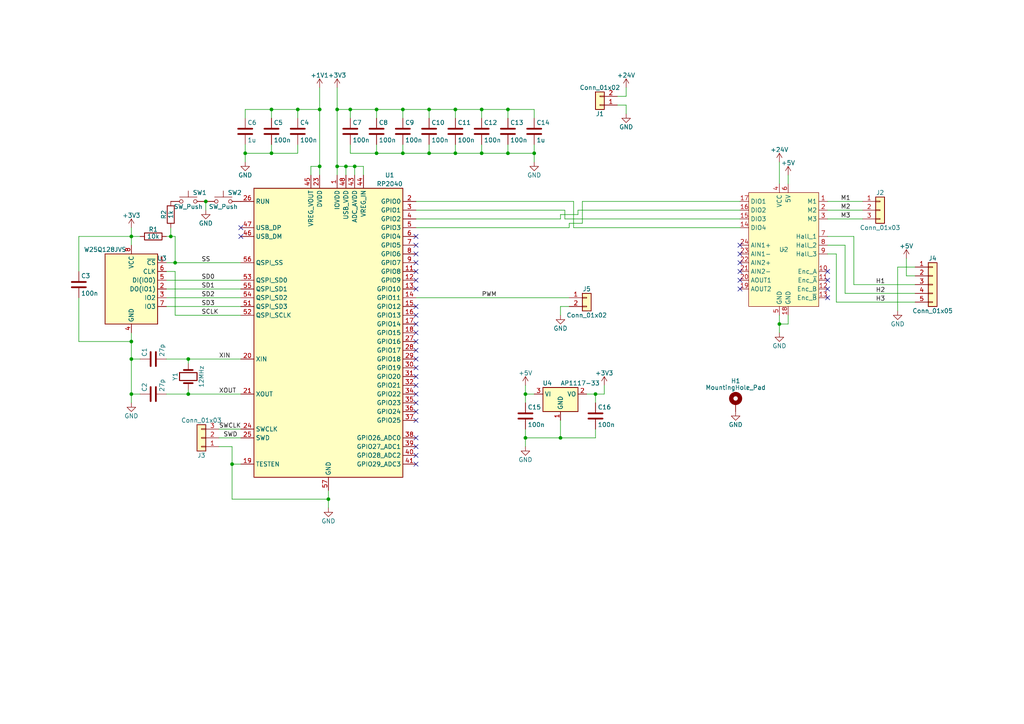
<source format=kicad_sch>
(kicad_sch (version 20230121) (generator eeschema)
  (paper "A4")
  (lib_symbols
    (symbol "466023-ESCON-Module-24-2:ESCON-Module-24-2"
      (property "Reference" "U" (at 0 0 0))
      (symbol "ESCON-Module-24-2_1_1"
        (rectangle (start -10.16 16.51) (end 10.16 -16.51) (fill (type background)))
        (pin power_out line (at 12.7 13.97 180) (length 2.54) (name "M1") (number "1"))
        (pin input line (at 12.7 -6.35 180) (length 2.54) (name "Enc_A") (number "10"))
        (pin input line (at 12.7 -8.89 180) (length 2.54) (name "Enc_~{A}") (number "11"))
        (pin input line (at 12.7 -11.43 180) (length 2.54) (name "Enc_B") (number "12"))
        (pin input line (at 12.7 -13.97 180) (length 2.54) (name "Enc_~{B}") (number "13"))
        (pin bidirectional line (at -12.7 6.35 0) (length 2.54) (name "DIO4") (number "14"))
        (pin bidirectional line (at -12.7 8.89 0) (length 2.54) (name "DIO3") (number "15"))
        (pin bidirectional line (at -12.7 11.43 0) (length 2.54) (name "DIO2") (number "16"))
        (pin bidirectional line (at -12.7 13.97 0) (length 2.54) (name "DIO1") (number "17"))
        (pin power_in line (at 1.27 -19.05 90) (length 2.54) (name "GND") (number "18"))
        (pin output line (at -12.7 -11.43 0) (length 2.54) (name "AOUT2") (number "19"))
        (pin power_out line (at 12.7 11.43 180) (length 2.54) (name "M2") (number "2"))
        (pin output line (at -12.7 -8.89 0) (length 2.54) (name "AOUT1") (number "20"))
        (pin input line (at -12.7 -6.35 0) (length 2.54) (name "AIN2-") (number "21"))
        (pin input line (at -12.7 -3.81 0) (length 2.54) (name "AIN2+") (number "22"))
        (pin input line (at -12.7 -1.27 0) (length 2.54) (name "AIN1-") (number "23"))
        (pin input line (at -12.7 1.27 0) (length 2.54) (name "AIN1+") (number "24"))
        (pin power_out line (at 12.7 8.89 180) (length 2.54) (name "M3") (number "3"))
        (pin power_in line (at -1.27 19.05 270) (length 2.54) (name "VCC") (number "4"))
        (pin power_in line (at -1.27 -19.05 90) (length 2.54) (name "GND") (number "5"))
        (pin power_out line (at 1.27 19.05 270) (length 2.54) (name "5V") (number "6"))
        (pin power_out line (at 12.7 3.81 180) (length 2.54) (name "Hall_1") (number "7"))
        (pin power_out line (at 12.7 1.27 180) (length 2.54) (name "Hall_2") (number "8"))
        (pin power_out line (at 12.7 -1.27 180) (length 2.54) (name "Hall_3") (number "9"))
      )
    )
    (symbol "Connector_Generic:Conn_01x02" (pin_names (offset 1.016) hide)
      (property "Reference" "J" (at 0 2.54 0))
      (property "Value" "Conn_01x02" (at 0 -5.08 0))
      (symbol "Conn_01x02_1_1"
        (rectangle (start -1.27 -2.413) (end 0 -2.667) (stroke (width 0.1524)))
        (rectangle (start -1.27 0.127) (end 0 -0.127) (stroke (width 0.1524)))
        (rectangle (start -1.27 1.27) (end 1.27 -3.81) (stroke (width 0.254)) (fill (type background)))
        (pin passive line (at -5.08 0 0) (length 3.81) (name "Pin_1") (number "1"))
        (pin passive line (at -5.08 -2.54 0) (length 3.81) (name "Pin_2") (number "2"))
      )
    )
    (symbol "Connector_Generic:Conn_01x03" (pin_names (offset 1.016) hide)
      (property "Reference" "J" (at 0 5.08 0))
      (property "Value" "Conn_01x03" (at 0 -5.08 0))
      (symbol "Conn_01x03_1_1"
        (rectangle (start -1.27 -2.413) (end 0 -2.667) (stroke (width 0.1524)))
        (rectangle (start -1.27 0.127) (end 0 -0.127) (stroke (width 0.1524)))
        (rectangle (start -1.27 2.667) (end 0 2.413) (stroke (width 0.1524)))
        (rectangle (start -1.27 3.81) (end 1.27 -3.81) (stroke (width 0.254)) (fill (type background)))
        (pin passive line (at -5.08 2.54 0) (length 3.81) (name "Pin_1") (number "1"))
        (pin passive line (at -5.08 0 0) (length 3.81) (name "Pin_2") (number "2"))
        (pin passive line (at -5.08 -2.54 0) (length 3.81) (name "Pin_3") (number "3"))
      )
    )
    (symbol "Connector_Generic:Conn_01x05" (pin_names (offset 1.016) hide)
      (property "Reference" "J" (at 0 7.62 0))
      (property "Value" "Conn_01x05" (at 0 -7.62 0))
      (symbol "Conn_01x05_1_1"
        (rectangle (start -1.27 -4.953) (end 0 -5.207) (stroke (width 0.1524)))
        (rectangle (start -1.27 -2.413) (end 0 -2.667) (stroke (width 0.1524)))
        (rectangle (start -1.27 0.127) (end 0 -0.127) (stroke (width 0.1524)))
        (rectangle (start -1.27 2.667) (end 0 2.413) (stroke (width 0.1524)))
        (rectangle (start -1.27 5.207) (end 0 4.953) (stroke (width 0.1524)))
        (rectangle (start -1.27 6.35) (end 1.27 -6.35) (stroke (width 0.254)) (fill (type background)))
        (pin passive line (at -5.08 5.08 0) (length 3.81) (name "Pin_1") (number "1"))
        (pin passive line (at -5.08 2.54 0) (length 3.81) (name "Pin_2") (number "2"))
        (pin passive line (at -5.08 0 0) (length 3.81) (name "Pin_3") (number "3"))
        (pin passive line (at -5.08 -2.54 0) (length 3.81) (name "Pin_4") (number "4"))
        (pin passive line (at -5.08 -5.08 0) (length 3.81) (name "Pin_5") (number "5"))
      )
    )
    (symbol "Device:C" (pin_numbers hide) (pin_names (offset 0.254))
      (property "Reference" "C" (at 0.635 2.54 0))
      (property "Value" "C" (at 0.635 -2.54 0))
      (symbol "C_0_1"
        (polyline (pts (xy -2.032 -0.762) (xy 2.032 -0.762)) (stroke (width 0.508)))
        (polyline (pts (xy -2.032 0.762) (xy 2.032 0.762)) (stroke (width 0.508)))
      )
      (symbol "C_1_1"
        (pin passive line (at 0 3.81 270) (length 2.794) (name "~") (number "1"))
        (pin passive line (at 0 -3.81 90) (length 2.794) (name "~") (number "2"))
      )
    )
    (symbol "Device:Crystal" (pin_numbers hide) (pin_names (offset 1.016) hide)
      (property "Reference" "Y" (at 0 3.81 0))
      (property "Value" "Crystal" (at 0 -3.81 0))
      (symbol "Crystal_0_1"
        (rectangle (start -1.143 2.54) (end 1.143 -2.54) (stroke (width 0.3048)))
        (polyline (pts (xy -2.54 0) (xy -1.905 0)))
        (polyline (pts (xy -1.905 -1.27) (xy -1.905 1.27)) (stroke (width 0.508)))
        (polyline (pts (xy 1.905 -1.27) (xy 1.905 1.27)) (stroke (width 0.508)))
        (polyline (pts (xy 2.54 0) (xy 1.905 0)))
      )
      (symbol "Crystal_1_1"
        (pin passive line (at -3.81 0 0) (length 1.27) (name "1") (number "1"))
        (pin passive line (at 3.81 0 180) (length 1.27) (name "2") (number "2"))
      )
    )
    (symbol "Device:R" (pin_numbers hide) (pin_names (offset 0))
      (property "Reference" "R" (at 2.032 0 90))
      (property "Value" "R" (at 0 0 90))
      (symbol "R_0_1"
        (rectangle (start -1.016 -2.54) (end 1.016 2.54) (stroke (width 0.254)))
      )
      (symbol "R_1_1"
        (pin passive line (at 0 3.81 270) (length 1.27) (name "~") (number "1"))
        (pin passive line (at 0 -3.81 90) (length 1.27) (name "~") (number "2"))
      )
    )
    (symbol "MCU_RaspberryPi:RP2040"
      (property "Reference" "U" (at 17.78 45.72 0))
      (property "Value" "RP2040" (at 17.78 43.18 0))
      (symbol "RP2040_0_1"
        (rectangle (start -21.59 41.91) (end 21.59 -41.91) (stroke (width 0.254)) (fill (type background)))
      )
      (symbol "RP2040_1_1"
        (pin power_in line (at 2.54 45.72 270) (length 3.81) (name "IOVDD") (number "1"))
        (pin passive line (at 2.54 45.72 270) (length 3.81) hide (name "IOVDD") (number "10"))
        (pin bidirectional line (at 25.4 17.78 180) (length 3.81) (name "GPIO8") (number "11"))
        (pin bidirectional line (at 25.4 15.24 180) (length 3.81) (name "GPIO9") (number "12"))
        (pin bidirectional line (at 25.4 12.7 180) (length 3.81) (name "GPIO10") (number "13"))
        (pin bidirectional line (at 25.4 10.16 180) (length 3.81) (name "GPIO11") (number "14"))
        (pin bidirectional line (at 25.4 7.62 180) (length 3.81) (name "GPIO12") (number "15"))
        (pin bidirectional line (at 25.4 5.08 180) (length 3.81) (name "GPIO13") (number "16"))
        (pin bidirectional line (at 25.4 2.54 180) (length 3.81) (name "GPIO14") (number "17"))
        (pin bidirectional line (at 25.4 0 180) (length 3.81) (name "GPIO15") (number "18"))
        (pin input line (at -25.4 -38.1 0) (length 3.81) (name "TESTEN") (number "19"))
        (pin bidirectional line (at 25.4 38.1 180) (length 3.81) (name "GPIO0") (number "2"))
        (pin input line (at -25.4 -7.62 0) (length 3.81) (name "XIN") (number "20"))
        (pin passive line (at -25.4 -17.78 0) (length 3.81) (name "XOUT") (number "21"))
        (pin passive line (at 2.54 45.72 270) (length 3.81) hide (name "IOVDD") (number "22"))
        (pin power_in line (at -2.54 45.72 270) (length 3.81) (name "DVDD") (number "23"))
        (pin input line (at -25.4 -27.94 0) (length 3.81) (name "SWCLK") (number "24"))
        (pin bidirectional line (at -25.4 -30.48 0) (length 3.81) (name "SWD") (number "25"))
        (pin input line (at -25.4 38.1 0) (length 3.81) (name "RUN") (number "26"))
        (pin bidirectional line (at 25.4 -2.54 180) (length 3.81) (name "GPIO16") (number "27"))
        (pin bidirectional line (at 25.4 -5.08 180) (length 3.81) (name "GPIO17") (number "28"))
        (pin bidirectional line (at 25.4 -7.62 180) (length 3.81) (name "GPIO18") (number "29"))
        (pin bidirectional line (at 25.4 35.56 180) (length 3.81) (name "GPIO1") (number "3"))
        (pin bidirectional line (at 25.4 -10.16 180) (length 3.81) (name "GPIO19") (number "30"))
        (pin bidirectional line (at 25.4 -12.7 180) (length 3.81) (name "GPIO20") (number "31"))
        (pin bidirectional line (at 25.4 -15.24 180) (length 3.81) (name "GPIO21") (number "32"))
        (pin passive line (at 2.54 45.72 270) (length 3.81) hide (name "IOVDD") (number "33"))
        (pin bidirectional line (at 25.4 -17.78 180) (length 3.81) (name "GPIO22") (number "34"))
        (pin bidirectional line (at 25.4 -20.32 180) (length 3.81) (name "GPIO23") (number "35"))
        (pin bidirectional line (at 25.4 -22.86 180) (length 3.81) (name "GPIO24") (number "36"))
        (pin bidirectional line (at 25.4 -25.4 180) (length 3.81) (name "GPIO25") (number "37"))
        (pin bidirectional line (at 25.4 -30.48 180) (length 3.81) (name "GPIO26_ADC0") (number "38"))
        (pin bidirectional line (at 25.4 -33.02 180) (length 3.81) (name "GPIO27_ADC1") (number "39"))
        (pin bidirectional line (at 25.4 33.02 180) (length 3.81) (name "GPIO2") (number "4"))
        (pin bidirectional line (at 25.4 -35.56 180) (length 3.81) (name "GPIO28_ADC2") (number "40"))
        (pin bidirectional line (at 25.4 -38.1 180) (length 3.81) (name "GPIO29_ADC3") (number "41"))
        (pin passive line (at 2.54 45.72 270) (length 3.81) hide (name "IOVDD") (number "42"))
        (pin power_in line (at 7.62 45.72 270) (length 3.81) (name "ADC_AVDD") (number "43"))
        (pin power_in line (at 10.16 45.72 270) (length 3.81) (name "VREG_IN") (number "44"))
        (pin power_out line (at -5.08 45.72 270) (length 3.81) (name "VREG_VOUT") (number "45"))
        (pin bidirectional line (at -25.4 27.94 0) (length 3.81) (name "USB_DM") (number "46"))
        (pin bidirectional line (at -25.4 30.48 0) (length 3.81) (name "USB_DP") (number "47"))
        (pin power_in line (at 5.08 45.72 270) (length 3.81) (name "USB_VDD") (number "48"))
        (pin passive line (at 2.54 45.72 270) (length 3.81) hide (name "IOVDD") (number "49"))
        (pin bidirectional line (at 25.4 30.48 180) (length 3.81) (name "GPIO3") (number "5"))
        (pin passive line (at -2.54 45.72 270) (length 3.81) hide (name "DVDD") (number "50"))
        (pin bidirectional line (at -25.4 7.62 0) (length 3.81) (name "QSPI_SD3") (number "51"))
        (pin output line (at -25.4 5.08 0) (length 3.81) (name "QSPI_SCLK") (number "52"))
        (pin bidirectional line (at -25.4 15.24 0) (length 3.81) (name "QSPI_SD0") (number "53"))
        (pin bidirectional line (at -25.4 10.16 0) (length 3.81) (name "QSPI_SD2") (number "54"))
        (pin bidirectional line (at -25.4 12.7 0) (length 3.81) (name "QSPI_SD1") (number "55"))
        (pin bidirectional line (at -25.4 20.32 0) (length 3.81) (name "QSPI_SS") (number "56"))
        (pin power_in line (at 0 -45.72 90) (length 3.81) (name "GND") (number "57"))
        (pin bidirectional line (at 25.4 27.94 180) (length 3.81) (name "GPIO4") (number "6"))
        (pin bidirectional line (at 25.4 25.4 180) (length 3.81) (name "GPIO5") (number "7"))
        (pin bidirectional line (at 25.4 22.86 180) (length 3.81) (name "GPIO6") (number "8"))
        (pin bidirectional line (at 25.4 20.32 180) (length 3.81) (name "GPIO7") (number "9"))
      )
    )
    (symbol "Mechanical:MountingHole_Pad" (pin_numbers hide) (pin_names (offset 1.016) hide)
      (property "Reference" "H" (at 0 6.35 0))
      (property "Value" "MountingHole_Pad" (at 0 4.445 0))
      (symbol "MountingHole_Pad_0_1"
        (circle (center 0 1.27) (radius 1.27) (stroke (width 1.27)))
      )
      (symbol "MountingHole_Pad_1_1"
        (pin input line (at 0 -2.54 90) (length 2.54) (name "1") (number "1"))
      )
    )
    (symbol "Memory_Flash:W25Q128JVS"
      (property "Reference" "U" (at -8.89 8.89 0))
      (property "Value" "W25Q128JVS" (at 7.62 8.89 0))
      (symbol "W25Q128JVS_0_1"
        (rectangle (start -7.62 10.16) (end 7.62 -10.16) (stroke (width 0.254)) (fill (type background)))
      )
      (symbol "W25Q128JVS_1_1"
        (pin input line (at -10.16 7.62 0) (length 2.54) (name "~{CS}") (number "1"))
        (pin bidirectional line (at -10.16 0 0) (length 2.54) (name "DO(IO1)") (number "2"))
        (pin bidirectional line (at -10.16 -2.54 0) (length 2.54) (name "IO2") (number "3"))
        (pin power_in line (at 0 -12.7 90) (length 2.54) (name "GND") (number "4"))
        (pin bidirectional line (at -10.16 2.54 0) (length 2.54) (name "DI(IO0)") (number "5"))
        (pin input line (at -10.16 5.08 0) (length 2.54) (name "CLK") (number "6"))
        (pin bidirectional line (at -10.16 -5.08 0) (length 2.54) (name "IO3") (number "7"))
        (pin power_in line (at 0 12.7 270) (length 2.54) (name "VCC") (number "8"))
      )
    )
    (symbol "Regulator_Linear:AP1117-33"
      (property "Reference" "U" (at -3.81 3.175 0))
      (property "Value" "AP1117-33" (at 0 3.175 0))
      (symbol "AP1117-33_0_1"
        (rectangle (start -5.08 -5.08) (end 5.08 1.905) (stroke (width 0.254)) (fill (type background)))
      )
      (symbol "AP1117-33_1_1"
        (pin power_in line (at 0 -7.62 90) (length 2.54) (name "GND") (number "1"))
        (pin power_out line (at 7.62 0 180) (length 2.54) (name "VO") (number "2"))
        (pin power_in line (at -7.62 0 0) (length 2.54) (name "VI") (number "3"))
      )
    )
    (symbol "Switch:SW_Push" (pin_numbers hide) (pin_names (offset 1.016) hide)
      (property "Reference" "SW" (at 1.27 2.54 0))
      (property "Value" "SW_Push" (at 0 -1.524 0))
      (symbol "SW_Push_0_1"
        (circle (center -2.032 0) (radius 0.508))
        (polyline (pts (xy 0 1.27) (xy 0 3.048)))
        (polyline (pts (xy 2.54 1.27) (xy -2.54 1.27)))
        (circle (center 2.032 0) (radius 0.508))
        (pin passive line (at -5.08 0 0) (length 2.54) (name "1") (number "1"))
        (pin passive line (at 5.08 0 180) (length 2.54) (name "2") (number "2"))
      )
    )
    (symbol "power:+1V1" (power) (pin_names (offset 0))
      (property "Value" "+1V1" (at 0 3.556 0))
      (symbol "+1V1_0_1"
        (polyline (pts (xy -0.762 1.27) (xy 0 2.54)))
        (polyline (pts (xy 0 0) (xy 0 2.54)))
        (polyline (pts (xy 0 2.54) (xy 0.762 1.27)))
      )
      (symbol "+1V1_1_1"
        (pin power_in line (at 0 0 90) (length 0) hide (name "+1V1") (number "1"))
      )
    )
    (symbol "power:+24V" (power) (pin_names (offset 0))
      (property "Value" "+24V" (at 0 3.556 0))
      (symbol "+24V_0_1"
        (polyline (pts (xy -0.762 1.27) (xy 0 2.54)))
        (polyline (pts (xy 0 0) (xy 0 2.54)))
        (polyline (pts (xy 0 2.54) (xy 0.762 1.27)))
      )
      (symbol "+24V_1_1"
        (pin power_in line (at 0 0 90) (length 0) hide (name "+24V") (number "1"))
      )
    )
    (symbol "power:+3V3" (power) (pin_names (offset 0))
      (property "Value" "+3V3" (at 0 3.556 0))
      (symbol "+3V3_0_1"
        (polyline (pts (xy -0.762 1.27) (xy 0 2.54)))
        (polyline (pts (xy 0 0) (xy 0 2.54)))
        (polyline (pts (xy 0 2.54) (xy 0.762 1.27)))
      )
      (symbol "+3V3_1_1"
        (pin power_in line (at 0 0 90) (length 0) hide (name "+3V3") (number "1"))
      )
    )
    (symbol "power:+5V" (power) (pin_names (offset 0))
      (property "Value" "+5V" (at 0 3.556 0))
      (symbol "+5V_0_1"
        (polyline (pts (xy -0.762 1.27) (xy 0 2.54)))
        (polyline (pts (xy 0 0) (xy 0 2.54)))
        (polyline (pts (xy 0 2.54) (xy 0.762 1.27)))
      )
      (symbol "+5V_1_1"
        (pin power_in line (at 0 0 90) (length 0) hide (name "+5V") (number "1"))
      )
    )
    (symbol "power:GND" (power) (pin_names (offset 0))
      (property "Value" "GND" (at 0 -3.81 0))
      (symbol "GND_0_1"
        (polyline (pts (xy 0 0) (xy 0 -1.27) (xy 1.27 -1.27) (xy 0 -2.54) (xy -1.27 -1.27) (xy 0 -1.27)))
      )
      (symbol "GND_1_1"
        (pin power_in line (at 0 0 270) (length 0) hide (name "GND") (number "1"))
      )
    )
  )
  (junction (at 154.94 44.45))
  (junction (at 132.08 44.45))
  (junction (at 162.56 127))
  (junction (at 78.74 44.45))
  (junction (at 54.61 104.14))
  (junction (at 67.31 134.62))
  (junction (at 95.25 144.78))
  (junction (at 172.72 114.3))
  (junction (at 38.1 104.14))
  (junction (at 100.33 48.26))
  (junction (at 49.53 68.58))
  (junction (at 116.84 44.45))
  (junction (at 59.69 58.42))
  (junction (at 109.22 44.45))
  (junction (at 139.7 44.45))
  (junction (at 92.71 48.26))
  (junction (at 147.32 31.75))
  (junction (at 102.87 48.26))
  (junction (at 147.32 44.45))
  (junction (at 124.46 44.45))
  (junction (at 38.1 114.3))
  (junction (at 139.7 31.75))
  (junction (at 116.84 31.75))
  (junction (at 124.46 31.75))
  (junction (at 109.22 31.75))
  (junction (at 97.79 31.75))
  (junction (at 78.74 31.75))
  (junction (at 50.8 76.2))
  (junction (at 92.71 31.75))
  (junction (at 152.4 127))
  (junction (at 86.36 31.75))
  (junction (at 54.61 114.3))
  (junction (at 38.1 99.06))
  (junction (at 101.6 31.75))
  (junction (at 97.79 48.26))
  (junction (at 71.12 44.45))
  (junction (at 226.06 93.98))
  (junction (at 132.08 31.75))
  (junction (at 152.4 114.3))
  (junction (at 38.1 68.58))
  (no_connect (at 240.03 78.74))
  (no_connect (at 120.65 81.28))
  (no_connect (at 120.65 99.06))
  (no_connect (at 69.85 68.58))
  (no_connect (at 120.65 134.62))
  (no_connect (at 120.65 106.68))
  (no_connect (at 120.65 73.66))
  (no_connect (at 214.63 83.82))
  (no_connect (at 214.63 76.2))
  (no_connect (at 120.65 116.84))
  (no_connect (at 120.65 93.98))
  (no_connect (at 120.65 88.9))
  (no_connect (at 120.65 71.12))
  (no_connect (at 120.65 68.58))
  (no_connect (at 240.03 86.36))
  (no_connect (at 214.63 81.28))
  (no_connect (at 120.65 104.14))
  (no_connect (at 120.65 127))
  (no_connect (at 214.63 78.74))
  (no_connect (at 120.65 78.74))
  (no_connect (at 120.65 83.82))
  (no_connect (at 120.65 91.44))
  (no_connect (at 120.65 114.3))
  (no_connect (at 120.65 96.52))
  (no_connect (at 240.03 83.82))
  (no_connect (at 120.65 111.76))
  (no_connect (at 120.65 129.54))
  (no_connect (at 120.65 119.38))
  (no_connect (at 240.03 81.28))
  (no_connect (at 214.63 73.66))
  (no_connect (at 120.65 109.22))
  (no_connect (at 120.65 121.92))
  (no_connect (at 120.65 76.2))
  (no_connect (at 120.65 101.6))
  (no_connect (at 214.63 71.12))
  (no_connect (at 120.65 132.08))
  (no_connect (at 69.85 66.04))
  (wire (pts (xy 120.65 66.04) (xy 165.1 66.04)))
  (wire (pts (xy 71.12 44.45) (xy 78.74 44.45)))
  (wire (pts (xy 38.1 68.58) (xy 40.64 68.58)))
  (wire (pts (xy 165.1 64.77) (xy 168.91 64.77)))
  (wire (pts (xy 163.83 60.96) (xy 163.83 63.5)))
  (wire (pts (xy 152.4 111.76) (xy 152.4 114.3)))
  (wire (pts (xy 260.35 90.17) (xy 260.35 77.47)))
  (wire (pts (xy 59.69 58.42) (xy 59.69 60.96)))
  (wire (pts (xy 38.1 116.84) (xy 38.1 114.3)))
  (wire (pts (xy 48.26 86.36) (xy 69.85 86.36)))
  (wire (pts (xy 132.08 31.75) (xy 124.46 31.75)))
  (wire (pts (xy 124.46 44.45) (xy 132.08 44.45)))
  (wire (pts (xy 154.94 31.75) (xy 147.32 31.75)))
  (wire (pts (xy 54.61 114.3) (xy 69.85 114.3)))
  (wire (pts (xy 162.56 63.5) (xy 162.56 62.23)))
  (wire (pts (xy 116.84 41.91) (xy 116.84 44.45)))
  (wire (pts (xy 38.1 99.06) (xy 38.1 104.14)))
  (wire (pts (xy 172.72 127) (xy 162.56 127)))
  (wire (pts (xy 120.65 60.96) (xy 163.83 60.96)))
  (wire (pts (xy 38.1 114.3) (xy 40.64 114.3)))
  (wire (pts (xy 78.74 31.75) (xy 78.74 34.29)))
  (wire (pts (xy 63.5 129.54) (xy 67.31 129.54)))
  (wire (pts (xy 102.87 48.26) (xy 100.33 48.26)))
  (wire (pts (xy 48.26 81.28) (xy 69.85 81.28)))
  (wire (pts (xy 67.31 144.78) (xy 95.25 144.78)))
  (wire (pts (xy 78.74 31.75) (xy 86.36 31.75)))
  (wire (pts (xy 166.37 58.42) (xy 166.37 66.04)))
  (wire (pts (xy 78.74 41.91) (xy 78.74 44.45)))
  (wire (pts (xy 168.91 58.42) (xy 214.63 58.42)))
  (wire (pts (xy 228.6 93.98) (xy 226.06 93.98)))
  (wire (pts (xy 109.22 44.45) (xy 116.84 44.45)))
  (wire (pts (xy 22.86 99.06) (xy 38.1 99.06)))
  (wire (pts (xy 48.26 68.58) (xy 49.53 68.58)))
  (wire (pts (xy 49.53 66.04) (xy 49.53 68.58)))
  (wire (pts (xy 71.12 31.75) (xy 78.74 31.75)))
  (wire (pts (xy 240.03 73.66) (xy 242.57 73.66)))
  (wire (pts (xy 92.71 31.75) (xy 92.71 48.26)))
  (wire (pts (xy 54.61 104.14) (xy 69.85 104.14)))
  (wire (pts (xy 95.25 142.24) (xy 95.25 144.78)))
  (wire (pts (xy 265.43 85.09) (xy 245.11 85.09)))
  (wire (pts (xy 124.46 31.75) (xy 116.84 31.75)))
  (wire (pts (xy 181.61 30.48) (xy 179.07 30.48)))
  (wire (pts (xy 101.6 31.75) (xy 101.6 34.29)))
  (wire (pts (xy 240.03 58.42) (xy 250.19 58.42)))
  (wire (pts (xy 92.71 25.4) (xy 92.71 31.75)))
  (wire (pts (xy 147.32 41.91) (xy 147.32 44.45)))
  (wire (pts (xy 152.4 114.3) (xy 154.94 114.3)))
  (wire (pts (xy 38.1 66.04) (xy 38.1 68.58)))
  (wire (pts (xy 175.26 111.76) (xy 175.26 114.3)))
  (wire (pts (xy 105.41 50.8) (xy 105.41 48.26)))
  (wire (pts (xy 109.22 41.91) (xy 109.22 44.45)))
  (wire (pts (xy 120.65 63.5) (xy 162.56 63.5)))
  (wire (pts (xy 48.26 83.82) (xy 69.85 83.82)))
  (wire (pts (xy 67.31 129.54) (xy 67.31 134.62)))
  (wire (pts (xy 162.56 127) (xy 152.4 127)))
  (wire (pts (xy 86.36 41.91) (xy 86.36 44.45)))
  (wire (pts (xy 139.7 44.45) (xy 147.32 44.45)))
  (wire (pts (xy 181.61 25.4) (xy 181.61 27.94)))
  (wire (pts (xy 172.72 114.3) (xy 172.72 116.84)))
  (wire (pts (xy 116.84 31.75) (xy 116.84 34.29)))
  (wire (pts (xy 240.03 68.58) (xy 247.65 68.58)))
  (wire (pts (xy 147.32 31.75) (xy 147.32 34.29)))
  (wire (pts (xy 63.5 127) (xy 69.85 127)))
  (wire (pts (xy 139.7 31.75) (xy 132.08 31.75)))
  (wire (pts (xy 167.64 60.96) (xy 214.63 60.96)))
  (wire (pts (xy 228.6 50.8) (xy 228.6 53.34)))
  (wire (pts (xy 163.83 63.5) (xy 214.63 63.5)))
  (wire (pts (xy 22.86 86.36) (xy 22.86 99.06)))
  (wire (pts (xy 265.43 80.01) (xy 262.89 80.01)))
  (wire (pts (xy 48.26 114.3) (xy 54.61 114.3)))
  (wire (pts (xy 152.4 127) (xy 152.4 129.54)))
  (wire (pts (xy 50.8 78.74) (xy 50.8 91.44)))
  (wire (pts (xy 49.53 68.58) (xy 50.8 68.58)))
  (wire (pts (xy 38.1 114.3) (xy 38.1 104.14)))
  (wire (pts (xy 181.61 33.02) (xy 181.61 30.48)))
  (wire (pts (xy 175.26 114.3) (xy 172.72 114.3)))
  (wire (pts (xy 54.61 104.14) (xy 54.61 105.41)))
  (wire (pts (xy 242.57 87.63) (xy 265.43 87.63)))
  (wire (pts (xy 120.65 58.42) (xy 166.37 58.42)))
  (wire (pts (xy 109.22 31.75) (xy 109.22 34.29)))
  (wire (pts (xy 226.06 91.44) (xy 226.06 93.98)))
  (wire (pts (xy 48.26 88.9) (xy 69.85 88.9)))
  (wire (pts (xy 116.84 31.75) (xy 109.22 31.75)))
  (wire (pts (xy 240.03 63.5) (xy 250.19 63.5)))
  (wire (pts (xy 166.37 66.04) (xy 214.63 66.04)))
  (wire (pts (xy 97.79 48.26) (xy 97.79 50.8)))
  (wire (pts (xy 124.46 41.91) (xy 124.46 44.45)))
  (wire (pts (xy 38.1 96.52) (xy 38.1 99.06)))
  (wire (pts (xy 124.46 31.75) (xy 124.46 34.29)))
  (wire (pts (xy 172.72 124.46) (xy 172.72 127)))
  (wire (pts (xy 86.36 31.75) (xy 86.36 34.29)))
  (wire (pts (xy 86.36 31.75) (xy 92.71 31.75)))
  (wire (pts (xy 105.41 48.26) (xy 102.87 48.26)))
  (wire (pts (xy 242.57 73.66) (xy 242.57 87.63)))
  (wire (pts (xy 50.8 91.44) (xy 69.85 91.44)))
  (wire (pts (xy 167.64 62.23) (xy 167.64 60.96)))
  (wire (pts (xy 245.11 85.09) (xy 245.11 71.12)))
  (wire (pts (xy 154.94 44.45) (xy 154.94 46.99)))
  (wire (pts (xy 162.56 91.44) (xy 162.56 88.9)))
  (wire (pts (xy 38.1 68.58) (xy 38.1 71.12)))
  (wire (pts (xy 78.74 44.45) (xy 86.36 44.45)))
  (wire (pts (xy 48.26 76.2) (xy 50.8 76.2)))
  (wire (pts (xy 226.06 46.99) (xy 226.06 53.34)))
  (wire (pts (xy 97.79 31.75) (xy 97.79 48.26)))
  (wire (pts (xy 260.35 77.47) (xy 265.43 77.47)))
  (wire (pts (xy 48.26 104.14) (xy 54.61 104.14)))
  (wire (pts (xy 100.33 48.26) (xy 97.79 48.26)))
  (wire (pts (xy 247.65 82.55) (xy 265.43 82.55)))
  (wire (pts (xy 92.71 48.26) (xy 90.17 48.26)))
  (wire (pts (xy 170.18 114.3) (xy 172.72 114.3)))
  (wire (pts (xy 162.56 121.92) (xy 162.56 127)))
  (wire (pts (xy 181.61 27.94) (xy 179.07 27.94)))
  (wire (pts (xy 139.7 41.91) (xy 139.7 44.45)))
  (wire (pts (xy 147.32 44.45) (xy 154.94 44.45)))
  (wire (pts (xy 38.1 104.14) (xy 40.64 104.14)))
  (wire (pts (xy 228.6 91.44) (xy 228.6 93.98)))
  (wire (pts (xy 101.6 31.75) (xy 97.79 31.75)))
  (wire (pts (xy 120.65 86.36) (xy 165.1 86.36)))
  (wire (pts (xy 90.17 48.26) (xy 90.17 50.8)))
  (wire (pts (xy 22.86 68.58) (xy 38.1 68.58)))
  (wire (pts (xy 101.6 44.45) (xy 109.22 44.45)))
  (wire (pts (xy 165.1 66.04) (xy 165.1 64.77)))
  (wire (pts (xy 97.79 25.4) (xy 97.79 31.75)))
  (wire (pts (xy 162.56 88.9) (xy 165.1 88.9)))
  (wire (pts (xy 48.26 78.74) (xy 50.8 78.74)))
  (wire (pts (xy 154.94 41.91) (xy 154.94 44.45)))
  (wire (pts (xy 22.86 78.74) (xy 22.86 68.58)))
  (wire (pts (xy 116.84 44.45) (xy 124.46 44.45)))
  (wire (pts (xy 102.87 48.26) (xy 102.87 50.8)))
  (wire (pts (xy 71.12 41.91) (xy 71.12 44.45)))
  (wire (pts (xy 50.8 68.58) (xy 50.8 76.2)))
  (wire (pts (xy 139.7 31.75) (xy 139.7 34.29)))
  (wire (pts (xy 226.06 93.98) (xy 226.06 96.52)))
  (wire (pts (xy 71.12 34.29) (xy 71.12 31.75)))
  (wire (pts (xy 262.89 80.01) (xy 262.89 74.93)))
  (wire (pts (xy 92.71 48.26) (xy 92.71 50.8)))
  (wire (pts (xy 109.22 31.75) (xy 101.6 31.75)))
  (wire (pts (xy 54.61 113.03) (xy 54.61 114.3)))
  (wire (pts (xy 147.32 31.75) (xy 139.7 31.75)))
  (wire (pts (xy 71.12 44.45) (xy 71.12 46.99)))
  (wire (pts (xy 132.08 41.91) (xy 132.08 44.45)))
  (wire (pts (xy 245.11 71.12) (xy 240.03 71.12)))
  (wire (pts (xy 154.94 34.29) (xy 154.94 31.75)))
  (wire (pts (xy 63.5 124.46) (xy 69.85 124.46)))
  (wire (pts (xy 247.65 68.58) (xy 247.65 82.55)))
  (wire (pts (xy 50.8 76.2) (xy 69.85 76.2)))
  (wire (pts (xy 101.6 41.91) (xy 101.6 44.45)))
  (wire (pts (xy 100.33 48.26) (xy 100.33 50.8)))
  (wire (pts (xy 168.91 64.77) (xy 168.91 58.42)))
  (wire (pts (xy 152.4 124.46) (xy 152.4 127)))
  (wire (pts (xy 95.25 144.78) (xy 95.25 147.32)))
  (wire (pts (xy 132.08 44.45) (xy 139.7 44.45)))
  (wire (pts (xy 240.03 60.96) (xy 250.19 60.96)))
  (wire (pts (xy 132.08 31.75) (xy 132.08 34.29)))
  (wire (pts (xy 162.56 62.23) (xy 167.64 62.23)))
  (wire (pts (xy 152.4 116.84) (xy 152.4 114.3)))
  (wire (pts (xy 69.85 134.62) (xy 67.31 134.62)))
  (wire (pts (xy 67.31 134.62) (xy 67.31 144.78)))
  (label "SD0" (at 58.42 81.28 0))
  (label "SD2" (at 58.42 86.36 0))
  (label "SD3" (at 58.42 88.9 0))
  (label "XIN" (at 63.5 104.14 0))
  (label "PWM" (at 139.7 86.36 0))
  (label "SCLK" (at 58.42 91.44 0))
  (label "M2" (at 243.84 60.96 0))
  (label "XOUT" (at 63.5 114.3 0))
  (label "H3" (at 254 87.63 0))
  (label "H2" (at 254 85.09 0))
  (label "SD1" (at 58.42 83.82 0))
  (label "M3" (at 243.84 63.5 0))
  (label "SWCLK" (at 63.5 124.46 0))
  (label "H1" (at 254 82.55 0))
  (label "SWD" (at 64.77 127 0))
  (label "M1" (at 243.84 58.42 0))
  (label "SS" (at 58.42 76.2 0))
  (symbol (lib_id "Connector_Generic:Conn_01x05") (at 270.51 82.55 0) (unit 1)
    (property "Reference" "J4" (at 270.51 74.93 0))
    (property "Value" "Conn_01x05" (at 270.51 90.17 0))
    (property "Footprint" "Connector_JST:JST_PH_B5B-PH-K_1x05_P2.00mm_Vertical" (effects hide))
  )
  (symbol (lib_id "MCU_RaspberryPi:RP2040") (at 95.25 96.52 0) (unit 1)
    (property "Reference" "U1" (at 113.03 50.8 0))
    (property "Value" "RP2040" (at 113.03 53.34 0))
    (property "Footprint" "Package_DFN_QFN:QFN-56-1EP_7x7mm_P0.4mm_EP3.2x3.2mm" (effects hide))
    (property "Datasheet" "https://datasheets.raspberrypi.com/rp2040/rp2040-datasheet.pdf" (effects hide))
  )
  (symbol (lib_id "Mechanical:MountingHole_Pad") (at 213.36 116.84 0) (unit 1)
    (property "Reference" "H1" (at 213.36 110.49 0))
    (property "Value" "MountingHole_Pad" (at 213.36 112.395 0))
    (property "Footprint" "MountingHole:MountingHole_3.2mm_M3_DIN965_Pad" (effects hide))
  )
  (symbol (lib_id "Device:C") (at 116.84 38.1 0) (unit 1)
    (property "Reference" "C9" (at 117.475 35.56 0) (effects (justify left)))
    (property "Value" "100n" (at 117.475 40.64 0) (effects (justify left)))
    (property "Footprint" "Capacitor_SMD:C_0402_1005Metric" (effects hide))
  )
  (symbol (lib_id "Device:C") (at 71.12 38.1 0) (unit 1)
    (property "Reference" "C6" (at 71.755 35.56 0) (effects (justify left)))
    (property "Value" "1u" (at 71.755 40.64 0) (effects (justify left)))
    (property "Footprint" "Capacitor_SMD:C_0402_1005Metric" (effects hide))
  )
  (symbol (lib_id "power:GND") (at 181.61 33.02 0) (unit 1)
    (property "Reference" "#PWR013" (effects hide))
    (property "Value" "GND" (at 181.61 36.83 0))
  )
  (symbol (lib_id "Device:Crystal") (at 54.61 109.22 90) (unit 1)
    (property "Reference" "Y1" (at 50.8 109.22 0))
    (property "Value" "12MHz" (at 58.42 109.22 0))
    (property "Footprint" "Crystal:Crystal_SMD_5032-2Pin_5.0x3.2mm" (effects hide))
  )
  (symbol (lib_id "Device:C") (at 139.7 38.1 0) (unit 1)
    (property "Reference" "C12" (at 140.335 35.56 0) (effects (justify left)))
    (property "Value" "100n" (at 140.335 40.64 0) (effects (justify left)))
    (property "Footprint" "Capacitor_SMD:C_0402_1005Metric" (effects hide))
  )
  (symbol (lib_id "power:+1V1") (at 92.71 25.4 0) (unit 1)
    (property "Reference" "#PWR06" (effects hide))
    (property "Value" "+1V1" (at 92.71 21.844 0))
  )
  (symbol (lib_id "Connector_Generic:Conn_01x03") (at 255.27 60.96 0) (unit 1)
    (property "Reference" "J2" (at 255.27 55.88 0))
    (property "Value" "Conn_01x03" (at 255.27 66.04 0))
    (property "Footprint" "Connector_Molex:Molex_Micro-Fit_3.0_43650-0315_1x03_P3.00mm_Vertical" (effects hide))
  )
  (symbol (lib_id "power:+3V3") (at 175.26 111.76 0) (unit 1)
    (property "Reference" "#PWR017" (effects hide))
    (property "Value" "+3V3" (at 175.26 108.204 0))
  )
  (symbol (lib_id "Switch:SW_Push") (at 54.61 58.42 0) (unit 1)
    (property "Reference" "SW1" (at 55.88 55.88 0) (effects (justify left)))
    (property "Value" "SW_Push" (at 54.61 59.944 0))
    (property "Footprint" "Jumper:SolderJumper-2_P1.3mm_Open_RoundedPad1.0x1.5mm" (effects hide))
  )
  (symbol (lib_id "Connector_Generic:Conn_01x02") (at 173.99 30.48 180) (unit 1)
    (property "Reference" "J1" (at 173.99 33.02 0))
    (property "Value" "Conn_01x02" (at 173.99 25.4 0))
    (property "Footprint" "Connector_Molex:Molex_Micro-Fit_3.0_43650-0215_1x02_P3.00mm_Vertical" (effects hide))
  )
  (symbol (lib_id "Device:R") (at 44.45 68.58 90) (unit 1)
    (property "Reference" "R1" (at 44.45 66.548 90))
    (property "Value" "10k" (at 44.45 68.58 90))
    (property "Footprint" "Resistor_SMD:R_0402_1005Metric" (effects hide))
  )
  (symbol (lib_id "power:GND") (at 95.25 147.32 0) (unit 1)
    (property "Reference" "#PWR01" (effects hide))
    (property "Value" "GND" (at 95.25 151.13 0))
  )
  (symbol (lib_id "Memory_Flash:W25Q128JVS") (at 38.1 83.82 0) (mirror y) (unit 1)
    (property "Reference" "U3" (at 46.99 74.93 0))
    (property "Value" "W25Q128JVS" (at 30.48 72.39 0))
    (property "Footprint" "Package_SO:SOIC-8_5.23x5.23mm_P1.27mm" (effects hide))
    (property "Datasheet" "http://www.winbond.com/resource-files/w25q128jv_dtr%20revc%2003272018%20plus.pdf" (effects hide))
  )
  (symbol (lib_id "Device:R") (at 49.53 62.23 180) (unit 1)
    (property "Reference" "R2" (at 47.498 62.23 90))
    (property "Value" "1k" (at 49.53 62.23 90))
    (property "Footprint" "Resistor_SMD:R_0402_1005Metric" (effects hide))
  )
  (symbol (lib_id "power:GND") (at 260.35 90.17 0) (unit 1)
    (property "Reference" "#PWR010" (effects hide))
    (property "Value" "GND" (at 260.35 93.98 0))
  )
  (symbol (lib_id "power:GND") (at 152.4 129.54 0) (unit 1)
    (property "Reference" "#PWR015" (effects hide))
    (property "Value" "GND" (at 152.4 133.35 0))
  )
  (symbol (lib_id "Device:C") (at 44.45 104.14 90) (unit 1)
    (property "Reference" "C1" (at 41.91 103.505 0) (effects (justify left)))
    (property "Value" "27p" (at 46.99 103.505 0) (effects (justify left)))
    (property "Footprint" "Capacitor_SMD:C_0402_1005Metric" (effects hide))
  )
  (symbol (lib_id "Regulator_Linear:AP1117-33") (at 162.56 114.3 0) (unit 1)
    (property "Reference" "U4" (at 158.75 111.125 0))
    (property "Value" "AP1117-33" (at 162.56 111.125 0) (effects (justify left)))
    (property "Footprint" "Package_TO_SOT_SMD:SOT-23" (effects hide))
    (property "Datasheet" "http://www.diodes.com/datasheets/AP1117.pdf" (effects hide))
  )
  (symbol (lib_id "power:GND") (at 226.06 96.52 0) (unit 1)
    (property "Reference" "#PWR011" (effects hide))
    (property "Value" "GND" (at 226.06 100.33 0))
  )
  (symbol (lib_id "466023-ESCON-Module-24-2:ESCON-Module-24-2") (at 227.33 72.39 0) (unit 1)
    (property "Reference" "U2" (at 227.33 72.39 0))
    (property "Value" "~" (at 227.33 72.39 0))
    (property "Footprint" "ESCON-Module-24-2:ESCON-Module-24-2" (effects hide))
  )
  (symbol (lib_id "Device:C") (at 132.08 38.1 0) (unit 1)
    (property "Reference" "C11" (at 132.715 35.56 0) (effects (justify left)))
    (property "Value" "100n" (at 132.715 40.64 0) (effects (justify left)))
    (property "Footprint" "Capacitor_SMD:C_0402_1005Metric" (effects hide))
  )
  (symbol (lib_id "Device:C") (at 109.22 38.1 0) (unit 1)
    (property "Reference" "C8" (at 109.855 35.56 0) (effects (justify left)))
    (property "Value" "100n" (at 109.855 40.64 0) (effects (justify left)))
    (property "Footprint" "Capacitor_SMD:C_0402_1005Metric" (effects hide))
  )
  (symbol (lib_id "Switch:SW_Push") (at 64.77 58.42 0) (unit 1)
    (property "Reference" "SW2" (at 66.04 55.88 0) (effects (justify left)))
    (property "Value" "SW_Push" (at 64.77 59.944 0))
    (property "Footprint" "Jumper:SolderJumper-2_P1.3mm_Open_RoundedPad1.0x1.5mm" (effects hide))
  )
  (symbol (lib_id "power:GND") (at 154.94 46.99 0) (unit 1)
    (property "Reference" "#PWR07" (effects hide))
    (property "Value" "GND" (at 154.94 50.8 0))
  )
  (symbol (lib_id "Device:C") (at 172.72 120.65 0) (unit 1)
    (property "Reference" "C16" (at 173.355 118.11 0) (effects (justify left)))
    (property "Value" "100n" (at 173.355 123.19 0) (effects (justify left)))
    (property "Footprint" "Capacitor_SMD:C_0402_1005Metric" (effects hide))
  )
  (symbol (lib_id "power:GND") (at 213.36 119.38 0) (unit 1)
    (property "Reference" "#PWR019" (effects hide))
    (property "Value" "GND" (at 213.36 123.19 0))
  )
  (symbol (lib_id "Device:C") (at 86.36 38.1 0) (unit 1)
    (property "Reference" "C4" (at 86.995 35.56 0) (effects (justify left)))
    (property "Value" "100n" (at 86.995 40.64 0) (effects (justify left)))
    (property "Footprint" "Capacitor_SMD:C_0402_1005Metric" (effects hide))
  )
  (symbol (lib_id "Connector_Generic:Conn_01x02") (at 170.18 86.36 0) (unit 1)
    (property "Reference" "J5" (at 170.18 83.82 0))
    (property "Value" "Conn_01x02" (at 170.18 91.44 0))
    (property "Footprint" "Connector_JST:JST_PH_B2B-PH-K_1x02_P2.00mm_Vertical" (effects hide))
  )
  (symbol (lib_id "Device:C") (at 101.6 38.1 0) (unit 1)
    (property "Reference" "C7" (at 102.235 35.56 0) (effects (justify left)))
    (property "Value" "100n" (at 102.235 40.64 0) (effects (justify left)))
    (property "Footprint" "Capacitor_SMD:C_0402_1005Metric" (effects hide))
  )
  (symbol (lib_id "Device:C") (at 44.45 114.3 90) (unit 1)
    (property "Reference" "C2" (at 41.91 113.665 0) (effects (justify left)))
    (property "Value" "27p" (at 46.99 113.665 0) (effects (justify left)))
    (property "Footprint" "Capacitor_SMD:C_0402_1005Metric" (effects hide))
  )
  (symbol (lib_id "power:+24V") (at 181.61 25.4 0) (unit 1)
    (property "Reference" "#PWR014" (effects hide))
    (property "Value" "+24V" (at 181.61 21.844 0))
  )
  (symbol (lib_id "Device:C") (at 154.94 38.1 0) (unit 1)
    (property "Reference" "C14" (at 155.575 35.56 0) (effects (justify left)))
    (property "Value" "1u" (at 155.575 40.64 0) (effects (justify left)))
    (property "Footprint" "Capacitor_SMD:C_0402_1005Metric" (effects hide))
  )
  (symbol (lib_id "Device:C") (at 78.74 38.1 0) (unit 1)
    (property "Reference" "C5" (at 79.375 35.56 0) (effects (justify left)))
    (property "Value" "100n" (at 79.375 40.64 0) (effects (justify left)))
    (property "Footprint" "Capacitor_SMD:C_0402_1005Metric" (effects hide))
  )
  (symbol (lib_id "power:+5V") (at 262.89 74.93 0) (unit 1)
    (property "Reference" "#PWR09" (effects hide))
    (property "Value" "+5V" (at 262.89 71.374 0))
  )
  (symbol (lib_id "power:GND") (at 71.12 46.99 0) (unit 1)
    (property "Reference" "#PWR08" (effects hide))
    (property "Value" "GND" (at 71.12 50.8 0))
  )
  (symbol (lib_id "Device:C") (at 152.4 120.65 0) (unit 1)
    (property "Reference" "C15" (at 153.035 118.11 0) (effects (justify left)))
    (property "Value" "100n" (at 153.035 123.19 0) (effects (justify left)))
    (property "Footprint" "Capacitor_SMD:C_0402_1005Metric" (effects hide))
  )
  (symbol (lib_id "Device:C") (at 22.86 82.55 0) (unit 1)
    (property "Reference" "C3" (at 23.495 80.01 0) (effects (justify left)))
    (property "Value" "100n" (at 23.495 85.09 0) (effects (justify left)))
    (property "Footprint" "Capacitor_SMD:C_0402_1005Metric" (effects hide))
  )
  (symbol (lib_id "power:+3V3") (at 97.79 25.4 0) (unit 1)
    (property "Reference" "#PWR05" (effects hide))
    (property "Value" "+3V3" (at 97.79 21.844 0))
  )
  (symbol (lib_id "power:GND") (at 59.69 60.96 0) (unit 1)
    (property "Reference" "#PWR04" (effects hide))
    (property "Value" "GND" (at 59.69 64.77 0))
  )
  (symbol (lib_id "Connector_Generic:Conn_01x03") (at 58.42 127 180) (unit 1)
    (property "Reference" "J3" (at 58.42 132.08 0))
    (property "Value" "Conn_01x03" (at 58.42 121.92 0))
    (property "Footprint" "Connector_PinHeader_2.54mm:PinHeader_1x03_P2.54mm_Vertical" (effects hide))
  )
  (symbol (lib_id "Device:C") (at 147.32 38.1 0) (unit 1)
    (property "Reference" "C13" (at 147.955 35.56 0) (effects (justify left)))
    (property "Value" "100n" (at 147.955 40.64 0) (effects (justify left)))
    (property "Footprint" "Capacitor_SMD:C_0402_1005Metric" (effects hide))
  )
  (symbol (lib_id "power:GND") (at 162.56 91.44 0) (unit 1)
    (property "Reference" "#PWR020" (effects hide))
    (property "Value" "GND" (at 162.56 95.25 0))
  )
  (symbol (lib_id "power:+5V") (at 228.6 50.8 0) (unit 1)
    (property "Reference" "#PWR012" (effects hide))
    (property "Value" "+5V" (at 228.6 47.244 0))
  )
  (symbol (lib_id "Device:C") (at 124.46 38.1 0) (unit 1)
    (property "Reference" "C10" (at 125.095 35.56 0) (effects (justify left)))
    (property "Value" "100n" (at 125.095 40.64 0) (effects (justify left)))
    (property "Footprint" "Capacitor_SMD:C_0402_1005Metric" (effects hide))
  )
  (symbol (lib_id "power:+24V") (at 226.06 46.99 0) (unit 1)
    (property "Reference" "#PWR018" (effects hide))
    (property "Value" "+24V" (at 226.06 43.434 0))
  )
  (symbol (lib_id "power:+3V3") (at 38.1 66.04 0) (unit 1)
    (property "Reference" "#PWR03" (effects hide))
    (property "Value" "+3V3" (at 38.1 62.484 0))
  )
  (symbol (lib_id "power:GND") (at 38.1 116.84 0) (unit 1)
    (property "Reference" "#PWR02" (effects hide))
    (property "Value" "GND" (at 38.1 120.65 0))
  )
  (symbol (lib_id "power:+5V") (at 152.4 111.76 0) (unit 1)
    (property "Reference" "#PWR016" (effects hide))
    (property "Value" "+5V" (at 152.4 108.204 0))
  )
)
</source>
